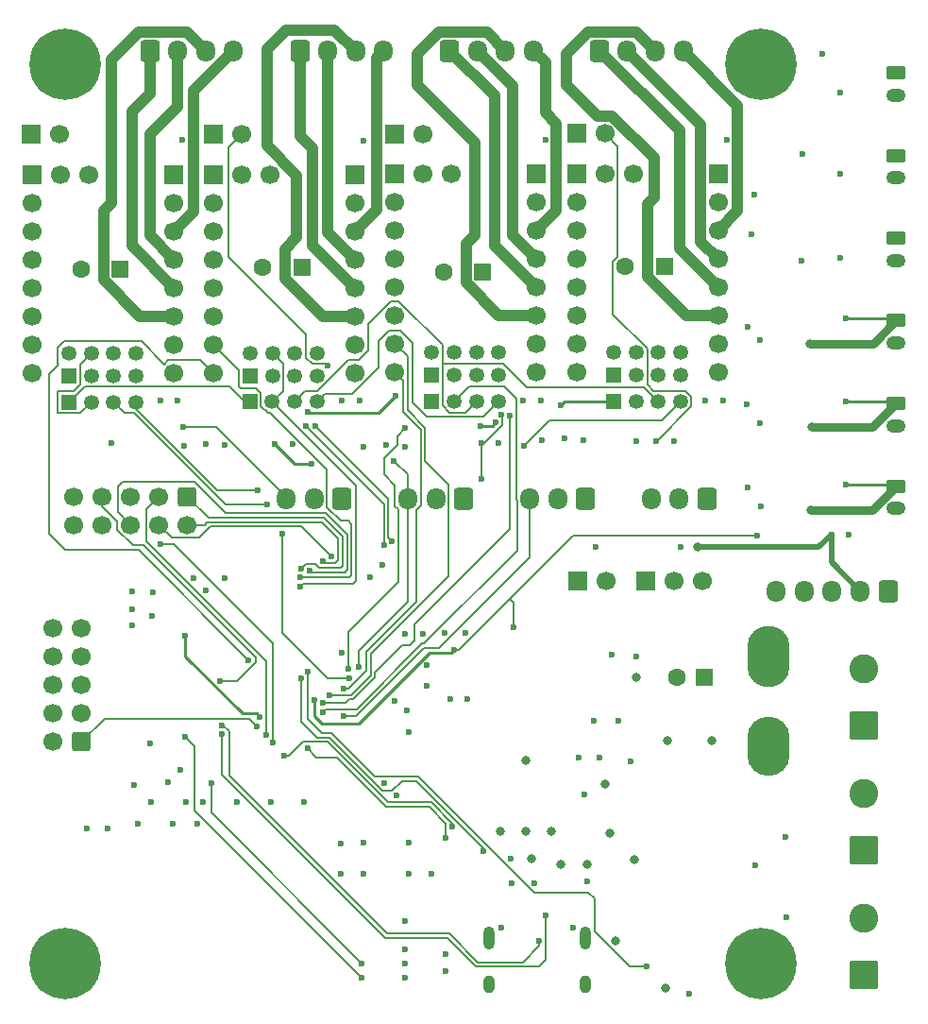
<source format=gbr>
%TF.GenerationSoftware,KiCad,Pcbnew,9.0.3-9.0.3-0~ubuntu24.04.1*%
%TF.CreationDate,2025-07-31T20:10:47-07:00*%
%TF.ProjectId,board,626f6172-642e-46b6-9963-61645f706362,rev?*%
%TF.SameCoordinates,Original*%
%TF.FileFunction,Copper,L4,Bot*%
%TF.FilePolarity,Positive*%
%FSLAX46Y46*%
G04 Gerber Fmt 4.6, Leading zero omitted, Abs format (unit mm)*
G04 Created by KiCad (PCBNEW 9.0.3-9.0.3-0~ubuntu24.04.1) date 2025-07-31 20:10:47*
%MOMM*%
%LPD*%
G01*
G04 APERTURE LIST*
G04 Aperture macros list*
%AMRoundRect*
0 Rectangle with rounded corners*
0 $1 Rounding radius*
0 $2 $3 $4 $5 $6 $7 $8 $9 X,Y pos of 4 corners*
0 Add a 4 corners polygon primitive as box body*
4,1,4,$2,$3,$4,$5,$6,$7,$8,$9,$2,$3,0*
0 Add four circle primitives for the rounded corners*
1,1,$1+$1,$2,$3*
1,1,$1+$1,$4,$5*
1,1,$1+$1,$6,$7*
1,1,$1+$1,$8,$9*
0 Add four rect primitives between the rounded corners*
20,1,$1+$1,$2,$3,$4,$5,0*
20,1,$1+$1,$4,$5,$6,$7,0*
20,1,$1+$1,$6,$7,$8,$9,0*
20,1,$1+$1,$8,$9,$2,$3,0*%
G04 Aperture macros list end*
%TA.AperFunction,ComponentPad*%
%ADD10R,1.350000X1.350000*%
%TD*%
%TA.AperFunction,ComponentPad*%
%ADD11C,1.350000*%
%TD*%
%TA.AperFunction,ComponentPad*%
%ADD12RoundRect,0.250000X-0.600000X-0.725000X0.600000X-0.725000X0.600000X0.725000X-0.600000X0.725000X0*%
%TD*%
%TA.AperFunction,ComponentPad*%
%ADD13O,1.700000X1.950000*%
%TD*%
%TA.AperFunction,ComponentPad*%
%ADD14C,3.600000*%
%TD*%
%TA.AperFunction,ConnectorPad*%
%ADD15C,6.400000*%
%TD*%
%TA.AperFunction,ComponentPad*%
%ADD16R,1.700000X1.700000*%
%TD*%
%TA.AperFunction,ComponentPad*%
%ADD17C,1.700000*%
%TD*%
%TA.AperFunction,ComponentPad*%
%ADD18RoundRect,0.250000X-0.625000X0.350000X-0.625000X-0.350000X0.625000X-0.350000X0.625000X0.350000X0*%
%TD*%
%TA.AperFunction,ComponentPad*%
%ADD19O,1.750000X1.200000*%
%TD*%
%TA.AperFunction,ComponentPad*%
%ADD20RoundRect,0.250000X1.050000X-1.050000X1.050000X1.050000X-1.050000X1.050000X-1.050000X-1.050000X0*%
%TD*%
%TA.AperFunction,ComponentPad*%
%ADD21C,2.600000*%
%TD*%
%TA.AperFunction,ComponentPad*%
%ADD22RoundRect,0.250000X0.550000X0.550000X-0.550000X0.550000X-0.550000X-0.550000X0.550000X-0.550000X0*%
%TD*%
%TA.AperFunction,ComponentPad*%
%ADD23C,1.600000*%
%TD*%
%TA.AperFunction,ComponentPad*%
%ADD24RoundRect,0.250000X0.600000X0.725000X-0.600000X0.725000X-0.600000X-0.725000X0.600000X-0.725000X0*%
%TD*%
%TA.AperFunction,ComponentPad*%
%ADD25O,3.800000X5.500000*%
%TD*%
%TA.AperFunction,ComponentPad*%
%ADD26O,3.800000X5.300000*%
%TD*%
%TA.AperFunction,HeatsinkPad*%
%ADD27O,1.000000X2.100000*%
%TD*%
%TA.AperFunction,HeatsinkPad*%
%ADD28O,1.000000X1.600000*%
%TD*%
%TA.AperFunction,ComponentPad*%
%ADD29RoundRect,0.250000X0.600000X0.600000X-0.600000X0.600000X-0.600000X-0.600000X0.600000X-0.600000X0*%
%TD*%
%TA.AperFunction,ComponentPad*%
%ADD30RoundRect,0.250000X-0.600000X0.600000X-0.600000X-0.600000X0.600000X-0.600000X0.600000X0.600000X0*%
%TD*%
%TA.AperFunction,ViaPad*%
%ADD31C,0.600000*%
%TD*%
%TA.AperFunction,ViaPad*%
%ADD32C,0.800000*%
%TD*%
%TA.AperFunction,Conductor*%
%ADD33C,0.250000*%
%TD*%
%TA.AperFunction,Conductor*%
%ADD34C,0.200000*%
%TD*%
%TA.AperFunction,Conductor*%
%ADD35C,0.800000*%
%TD*%
%TA.AperFunction,Conductor*%
%ADD36C,0.500000*%
%TD*%
%TA.AperFunction,Conductor*%
%ADD37C,1.000000*%
%TD*%
G04 APERTURE END LIST*
D10*
%TO.P,J19,1,Pin_1*%
%TO.N,SPI_MISO*%
X175027651Y-58321250D03*
D11*
%TO.P,J19,2,Pin_2*%
%TO.N,DRIVEY_CS*%
X177027651Y-58321250D03*
%TO.P,J19,3,Pin_3*%
%TO.N,SPI_SCK*%
X179027651Y-58321250D03*
%TO.P,J19,4,Pin_4*%
%TO.N,SPI_MOSI*%
X181027651Y-58321250D03*
%TD*%
D10*
%TO.P,J12,1,Pin_1*%
%TO.N,DRIVEY_SLP*%
X175052651Y-55966250D03*
D11*
%TO.P,J12,2,Pin_2*%
%TO.N,DRIVEY_MISO*%
X175052651Y-53966250D03*
%TO.P,J12,3,Pin_3*%
%TO.N,+3.3V*%
X177052651Y-55966250D03*
%TO.P,J12,4,Pin_4*%
%TO.N,DRIVEY_CS*%
X177052651Y-53966250D03*
%TO.P,J12,5,Pin_5*%
%TO.N,+3.3V*%
X179052651Y-55966250D03*
%TO.P,J12,6,Pin_6*%
%TO.N,DRIVEY_SCK*%
X179052651Y-53966250D03*
%TO.P,J12,7,Pin_7*%
%TO.N,+3.3V*%
X181052651Y-55966250D03*
%TO.P,J12,8,Pin_8*%
%TO.N,DRIVEY_MOSI*%
X181052651Y-53966250D03*
%TD*%
D12*
%TO.P,J4,1,Pin_1*%
%TO.N,Net-(J4-Pin_1)*%
X166050000Y-26850000D03*
D13*
%TO.P,J4,2,Pin_2*%
%TO.N,Net-(J4-Pin_2)*%
X168550000Y-26850000D03*
%TO.P,J4,3,Pin_3*%
%TO.N,Net-(J4-Pin_3)*%
X171050000Y-26850000D03*
%TO.P,J4,4,Pin_4*%
%TO.N,Net-(J4-Pin_4)*%
X173550000Y-26850000D03*
%TD*%
D14*
%TO.P,H3,1,1*%
%TO.N,GND*%
X158450000Y-28050000D03*
D15*
X158450000Y-28050000D03*
%TD*%
D14*
%TO.P,H4,1,1*%
%TO.N,GND*%
X158450000Y-108700000D03*
D15*
X158450000Y-108700000D03*
%TD*%
D16*
%TO.P,J11,1,Pin_1*%
%TO.N,DRIVEX_DIAG*%
X155450000Y-34328750D03*
D17*
%TO.P,J11,2,Pin_2*%
%TO.N,X_STOP*%
X157990000Y-34328750D03*
%TD*%
%TO.P,U5,1,GND*%
%TO.N,GND*%
X184452651Y-55726250D03*
%TO.P,U5,2,VIO*%
%TO.N,+3.3V*%
X184452651Y-53186250D03*
%TO.P,U5,3,M1B*%
%TO.N,Net-(J18-Pin_3)*%
X184452651Y-50646250D03*
%TO.P,U5,4,M1A*%
%TO.N,Net-(J18-Pin_1)*%
X184452651Y-48106250D03*
%TO.P,U5,5,M2A*%
%TO.N,Net-(J18-Pin_2)*%
X184452651Y-45566250D03*
%TO.P,U5,6,M2B*%
%TO.N,Net-(J18-Pin_4)*%
X184452651Y-43026250D03*
%TO.P,U5,7,GND*%
%TO.N,GND*%
X184452651Y-40486250D03*
D16*
%TO.P,U5,8,VM*%
%TO.N,VIN*%
X184452651Y-37946250D03*
D17*
%TO.P,U5,9,DIR*%
%TO.N,DRIVEY_DIR*%
X171752651Y-55726250D03*
%TO.P,U5,10,STEP*%
%TO.N,DRIVEY_STEP*%
X171752651Y-53186250D03*
%TO.P,U5,11,PDN*%
%TO.N,DRIVEY_MISO*%
X171752651Y-50646250D03*
%TO.P,U5,12,UART*%
%TO.N,DRIVEY_SLP*%
X171752651Y-48106250D03*
%TO.P,U5,13,SPRD*%
%TO.N,DRIVEY_CS*%
X171752651Y-45566250D03*
%TO.P,U5,14,MS2*%
%TO.N,DRIVEY_SCK*%
X171752651Y-43026250D03*
%TO.P,U5,15,MS1*%
%TO.N,DRIVEY_MOSI*%
X171752651Y-40486250D03*
D16*
%TO.P,U5,16,~{EN}*%
%TO.N,DRIVEY_EN*%
X171752651Y-37946250D03*
D17*
%TO.P,U5,17,INDEX*%
%TO.N,unconnected-(U5-INDEX-Pad17)*%
X174292651Y-37946250D03*
%TO.P,U5,18,DIAG*%
%TO.N,DRIVEY_DIAG*%
X176832651Y-37946250D03*
%TD*%
D18*
%TO.P,J13,1,Pin_1*%
%TO.N,Net-(J13-Pin_1)*%
X233000000Y-36250000D03*
D19*
%TO.P,J13,2,Pin_2*%
%TO.N,GND*%
X233000000Y-38250000D03*
%TD*%
D12*
%TO.P,J28,1,Pin_1*%
%TO.N,Net-(J28-Pin_1)*%
X206375000Y-26850000D03*
D13*
%TO.P,J28,2,Pin_2*%
%TO.N,Net-(J28-Pin_2)*%
X208875000Y-26850000D03*
%TO.P,J28,3,Pin_3*%
%TO.N,Net-(J28-Pin_3)*%
X211375000Y-26850000D03*
%TO.P,J28,4,Pin_4*%
%TO.N,Net-(J28-Pin_4)*%
X213875000Y-26850000D03*
%TD*%
D14*
%TO.P,H2,1,1*%
%TO.N,GND*%
X220900000Y-108700000D03*
D15*
X220900000Y-108700000D03*
%TD*%
D16*
%TO.P,J30,1,Pin_1*%
%TO.N,DRIVEE_DIAG*%
X204325000Y-34268750D03*
D17*
%TO.P,J30,2,Pin_2*%
%TO.N,E_STOP*%
X206865000Y-34268750D03*
%TD*%
D20*
%TO.P,J36,1,Pin_1*%
%TO.N,VIN*%
X230100000Y-109685000D03*
D21*
%TO.P,J36,2,Pin_2*%
%TO.N,Net-(D15-A)*%
X230100000Y-104605000D03*
%TD*%
D22*
%TO.P,C39,1*%
%TO.N,VIN*%
X212202651Y-46175000D03*
D23*
%TO.P,C39,2*%
%TO.N,GND*%
X208702651Y-46175000D03*
%TD*%
D18*
%TO.P,J14,1,Pin_1*%
%TO.N,Net-(J14-Pin_1)*%
X233000000Y-28850000D03*
D19*
%TO.P,J14,2,Pin_2*%
%TO.N,GND*%
X233000000Y-30850000D03*
%TD*%
D17*
%TO.P,U7,1,GND*%
%TO.N,GND*%
X217025000Y-55655000D03*
%TO.P,U7,2,VIO*%
%TO.N,+3.3V*%
X217025000Y-53115000D03*
%TO.P,U7,3,M1B*%
%TO.N,Net-(J28-Pin_3)*%
X217025000Y-50575000D03*
%TO.P,U7,4,M1A*%
%TO.N,Net-(J28-Pin_1)*%
X217025000Y-48035000D03*
%TO.P,U7,5,M2A*%
%TO.N,Net-(J28-Pin_2)*%
X217025000Y-45495000D03*
%TO.P,U7,6,M2B*%
%TO.N,Net-(J28-Pin_4)*%
X217025000Y-42955000D03*
%TO.P,U7,7,GND*%
%TO.N,GND*%
X217025000Y-40415000D03*
D16*
%TO.P,U7,8,VM*%
%TO.N,VIN*%
X217025000Y-37875000D03*
D17*
%TO.P,U7,9,DIR*%
%TO.N,DRIVEE_DIR*%
X204325000Y-55655000D03*
%TO.P,U7,10,STEP*%
%TO.N,DRIVEE_STEP*%
X204325000Y-53115000D03*
%TO.P,U7,11,PDN*%
%TO.N,DRIVEE_MISO*%
X204325000Y-50575000D03*
%TO.P,U7,12,UART*%
%TO.N,DRIVEE_SLP*%
X204325000Y-48035000D03*
%TO.P,U7,13,SPRD*%
%TO.N,DRIVEE_CS*%
X204325000Y-45495000D03*
%TO.P,U7,14,MS2*%
%TO.N,DRIVEE_SCK*%
X204325000Y-42955000D03*
%TO.P,U7,15,MS1*%
%TO.N,DRIVEE_MOSI*%
X204325000Y-40415000D03*
D16*
%TO.P,U7,16,~{EN}*%
%TO.N,DRIVEE_EN*%
X204325000Y-37875000D03*
D17*
%TO.P,U7,17,INDEX*%
%TO.N,unconnected-(U7-INDEX-Pad17)*%
X206865000Y-37875000D03*
%TO.P,U7,18,DIAG*%
%TO.N,DRIVEE_DIAG*%
X209405000Y-37875000D03*
%TD*%
D10*
%TO.P,J27,1,Pin_1*%
%TO.N,DRIVEE_SLP*%
X207650000Y-55908750D03*
D11*
%TO.P,J27,2,Pin_2*%
%TO.N,DRIVEE_MISO*%
X207650000Y-53908750D03*
%TO.P,J27,3,Pin_3*%
%TO.N,+3.3V*%
X209650000Y-55908750D03*
%TO.P,J27,4,Pin_4*%
%TO.N,DRIVEE_CS*%
X209650000Y-53908750D03*
%TO.P,J27,5,Pin_5*%
%TO.N,+3.3V*%
X211650000Y-55908750D03*
%TO.P,J27,6,Pin_6*%
%TO.N,DRIVEE_SCK*%
X211650000Y-53908750D03*
%TO.P,J27,7,Pin_7*%
%TO.N,+3.3V*%
X213650000Y-55908750D03*
%TO.P,J27,8,Pin_8*%
%TO.N,DRIVEE_MOSI*%
X213650000Y-53908750D03*
%TD*%
D10*
%TO.P,J22,1,Pin_1*%
%TO.N,DRIVEZ_SLP*%
X191350000Y-55906250D03*
D11*
%TO.P,J22,2,Pin_2*%
%TO.N,DRIVEZ_MISO*%
X191350000Y-53906250D03*
%TO.P,J22,3,Pin_3*%
%TO.N,+3.3V*%
X193350000Y-55906250D03*
%TO.P,J22,4,Pin_4*%
%TO.N,DRIVEZ_CS*%
X193350000Y-53906250D03*
%TO.P,J22,5,Pin_5*%
%TO.N,+3.3V*%
X195350000Y-55906250D03*
%TO.P,J22,6,Pin_6*%
%TO.N,DRIVEZ_SCK*%
X195350000Y-53906250D03*
%TO.P,J22,7,Pin_7*%
%TO.N,+3.3V*%
X197350000Y-55906250D03*
%TO.P,J22,8,Pin_8*%
%TO.N,DRIVEZ_MOSI*%
X197350000Y-53906250D03*
%TD*%
D16*
%TO.P,J20,1,Pin_1*%
%TO.N,DRIVEY_DIAG*%
X171727651Y-34356250D03*
D17*
%TO.P,J20,2,Pin_2*%
%TO.N,Y_STOP*%
X174267651Y-34356250D03*
%TD*%
D24*
%TO.P,J26,1,Pin_1*%
%TO.N,GND*%
X205125000Y-67025000D03*
D13*
%TO.P,J26,2,Pin_2*%
%TO.N,+5V*%
X202625000Y-67025000D03*
%TO.P,J26,3,Pin_3*%
%TO.N,Z_STOP*%
X200125000Y-67025000D03*
%TD*%
D24*
%TO.P,J17,1,Pin_1*%
%TO.N,GND*%
X232250000Y-75275000D03*
D13*
%TO.P,J17,2,Pin_2*%
%TO.N,+5V*%
X229750000Y-75275000D03*
%TO.P,J17,3,Pin_3*%
%TO.N,TFT_TX*%
X227250000Y-75275000D03*
%TO.P,J17,4,Pin_4*%
%TO.N,TFT_RX*%
X224750000Y-75275000D03*
%TO.P,J17,5,Pin_5*%
%TO.N,Net-(J17-Pin_5)*%
X222250000Y-75275000D03*
%TD*%
D17*
%TO.P,U4,1,GND*%
%TO.N,GND*%
X168200000Y-55718750D03*
%TO.P,U4,2,VIO*%
%TO.N,+3.3V*%
X168200000Y-53178750D03*
%TO.P,U4,3,M1B*%
%TO.N,Net-(J4-Pin_3)*%
X168200000Y-50638750D03*
%TO.P,U4,4,M1A*%
%TO.N,Net-(J4-Pin_1)*%
X168200000Y-48098750D03*
%TO.P,U4,5,M2A*%
%TO.N,Net-(J4-Pin_2)*%
X168200000Y-45558750D03*
%TO.P,U4,6,M2B*%
%TO.N,Net-(J4-Pin_4)*%
X168200000Y-43018750D03*
%TO.P,U4,7,GND*%
%TO.N,GND*%
X168200000Y-40478750D03*
D16*
%TO.P,U4,8,VM*%
%TO.N,VIN*%
X168200000Y-37938750D03*
D17*
%TO.P,U4,9,DIR*%
%TO.N,DRIVEX_DIR*%
X155500000Y-55718750D03*
%TO.P,U4,10,STEP*%
%TO.N,DRIVEX_STEP*%
X155500000Y-53178750D03*
%TO.P,U4,11,PDN*%
%TO.N,DRIVEX_MISO*%
X155500000Y-50638750D03*
%TO.P,U4,12,UART*%
%TO.N,DRIVEX_SLP*%
X155500000Y-48098750D03*
%TO.P,U4,13,SPRD*%
%TO.N,DRIVEX_CS*%
X155500000Y-45558750D03*
%TO.P,U4,14,MS2*%
%TO.N,DRIVEX_SCK*%
X155500000Y-43018750D03*
%TO.P,U4,15,MS1*%
%TO.N,DRIVEX_MOSI*%
X155500000Y-40478750D03*
D16*
%TO.P,U4,16,~{EN}*%
%TO.N,DRIVEX_EN*%
X155500000Y-37938750D03*
D17*
%TO.P,U4,17,INDEX*%
%TO.N,unconnected-(U4-INDEX-Pad17)*%
X158040000Y-37938750D03*
%TO.P,U4,18,DIAG*%
%TO.N,DRIVEX_DIAG*%
X160580000Y-37938750D03*
%TD*%
D16*
%TO.P,J16,1,Pin_1*%
%TO.N,PROBE_TRIG*%
X204425000Y-74350000D03*
D17*
%TO.P,J16,2,Pin_2*%
%TO.N,GND*%
X206965000Y-74350000D03*
%TD*%
D24*
%TO.P,J7,1,Pin_1*%
%TO.N,GND*%
X183300000Y-67025000D03*
D13*
%TO.P,J7,2,Pin_2*%
%TO.N,+5V*%
X180800000Y-67025000D03*
%TO.P,J7,3,Pin_3*%
%TO.N,X_STOP*%
X178300000Y-67025000D03*
%TD*%
D25*
%TO.P,F1,1*%
%TO.N,Net-(J37-Pin_2)*%
X221525000Y-81175000D03*
D26*
%TO.P,F1,2*%
%TO.N,VIN*%
X221525000Y-89175000D03*
%TD*%
D18*
%TO.P,J33,1,Pin_1*%
%TO.N,VIN*%
X233000000Y-58450000D03*
D19*
%TO.P,J33,2,Pin_2*%
%TO.N,Net-(D10-K)*%
X233000000Y-60450000D03*
%TD*%
D10*
%TO.P,J29,1,Pin_1*%
%TO.N,SPI_MISO*%
X207650000Y-58302500D03*
D11*
%TO.P,J29,2,Pin_2*%
%TO.N,DRIVEE_CS*%
X209650000Y-58302500D03*
%TO.P,J29,3,Pin_3*%
%TO.N,SPI_SCK*%
X211650000Y-58302500D03*
%TO.P,J29,4,Pin_4*%
%TO.N,SPI_MOSI*%
X213650000Y-58302500D03*
%TD*%
D16*
%TO.P,J15,1,Pin_1*%
%TO.N,SERVO*%
X210550000Y-74350000D03*
D17*
%TO.P,J15,2,Pin_2*%
%TO.N,GND*%
X213090000Y-74350000D03*
%TO.P,J15,3,Pin_3*%
%TO.N,+5V*%
X215630000Y-74350000D03*
%TD*%
D27*
%TO.P,J3,S1,SHIELD*%
%TO.N,GND*%
X196480000Y-106380000D03*
D28*
X196480000Y-110560000D03*
D27*
X205120000Y-106380000D03*
D28*
X205120000Y-110560000D03*
%TD*%
D20*
%TO.P,J37,1,Pin_1*%
%TO.N,GND*%
X230100000Y-87300000D03*
D21*
%TO.P,J37,2,Pin_2*%
%TO.N,Net-(J37-Pin_2)*%
X230100000Y-82220000D03*
%TD*%
D10*
%TO.P,J24,1,Pin_1*%
%TO.N,SPI_MISO*%
X191350000Y-58296250D03*
D11*
%TO.P,J24,2,Pin_2*%
%TO.N,DRIVEZ_CS*%
X193350000Y-58296250D03*
%TO.P,J24,3,Pin_3*%
%TO.N,SPI_SCK*%
X195350000Y-58296250D03*
%TO.P,J24,4,Pin_4*%
%TO.N,SPI_MOSI*%
X197350000Y-58296250D03*
%TD*%
D18*
%TO.P,J6,1,Pin_1*%
%TO.N,Net-(J6-Pin_1)*%
X233000000Y-43650000D03*
D19*
%TO.P,J6,2,Pin_2*%
%TO.N,GND*%
X233000000Y-45650000D03*
%TD*%
D10*
%TO.P,J8,1,Pin_1*%
%TO.N,DRIVEX_SLP*%
X158800000Y-55978750D03*
D11*
%TO.P,J8,2,Pin_2*%
%TO.N,DRIVEX_MISO*%
X158800000Y-53978750D03*
%TO.P,J8,3,Pin_3*%
%TO.N,+3.3V*%
X160800000Y-55978750D03*
%TO.P,J8,4,Pin_4*%
%TO.N,DRIVEX_CS*%
X160800000Y-53978750D03*
%TO.P,J8,5,Pin_5*%
%TO.N,+3.3V*%
X162800000Y-55978750D03*
%TO.P,J8,6,Pin_6*%
%TO.N,DRIVEX_SCK*%
X162800000Y-53978750D03*
%TO.P,J8,7,Pin_7*%
%TO.N,+3.3V*%
X164800000Y-55978750D03*
%TO.P,J8,8,Pin_8*%
%TO.N,DRIVEX_MOSI*%
X164800000Y-53978750D03*
%TD*%
D24*
%TO.P,J31,1,Pin_1*%
%TO.N,GND*%
X216025000Y-67025000D03*
D13*
%TO.P,J31,2,Pin_2*%
%TO.N,+5V*%
X213525000Y-67025000D03*
%TO.P,J31,3,Pin_3*%
%TO.N,E_STOP*%
X211025000Y-67025000D03*
%TD*%
D22*
%TO.P,C31,1*%
%TO.N,VIN*%
X179677651Y-46306250D03*
D23*
%TO.P,C31,2*%
%TO.N,GND*%
X176177651Y-46306250D03*
%TD*%
D20*
%TO.P,J35,1,Pin_1*%
%TO.N,VIN*%
X230100000Y-98485000D03*
D21*
%TO.P,J35,2,Pin_2*%
%TO.N,Net-(D13-A)*%
X230100000Y-93405000D03*
%TD*%
D17*
%TO.P,U6,1,GND*%
%TO.N,GND*%
X200735000Y-55657500D03*
%TO.P,U6,2,VIO*%
%TO.N,+3.3V*%
X200735000Y-53117500D03*
%TO.P,U6,3,M1B*%
%TO.N,Net-(J23-Pin_3)*%
X200735000Y-50577500D03*
%TO.P,U6,4,M1A*%
%TO.N,Net-(J23-Pin_1)*%
X200735000Y-48037500D03*
%TO.P,U6,5,M2A*%
%TO.N,Net-(J23-Pin_2)*%
X200735000Y-45497500D03*
%TO.P,U6,6,M2B*%
%TO.N,Net-(J23-Pin_4)*%
X200735000Y-42957500D03*
%TO.P,U6,7,GND*%
%TO.N,GND*%
X200735000Y-40417500D03*
D16*
%TO.P,U6,8,VM*%
%TO.N,VIN*%
X200735000Y-37877500D03*
D17*
%TO.P,U6,9,DIR*%
%TO.N,DRIVEZ_DIR*%
X188035000Y-55657500D03*
%TO.P,U6,10,STEP*%
%TO.N,DRIVEZ_STEP*%
X188035000Y-53117500D03*
%TO.P,U6,11,PDN*%
%TO.N,DRIVEZ_MISO*%
X188035000Y-50577500D03*
%TO.P,U6,12,UART*%
%TO.N,DRIVEZ_SLP*%
X188035000Y-48037500D03*
%TO.P,U6,13,SPRD*%
%TO.N,DRIVEZ_CS*%
X188035000Y-45497500D03*
%TO.P,U6,14,MS2*%
%TO.N,DRIVEZ_SCK*%
X188035000Y-42957500D03*
%TO.P,U6,15,MS1*%
%TO.N,DRIVEZ_MOSI*%
X188035000Y-40417500D03*
D16*
%TO.P,U6,16,~{EN}*%
%TO.N,DRIVEZ_EN*%
X188035000Y-37877500D03*
D17*
%TO.P,U6,17,INDEX*%
%TO.N,unconnected-(U6-INDEX-Pad17)*%
X190575000Y-37877500D03*
%TO.P,U6,18,DIAG*%
%TO.N,DRIVEZ_DIAG*%
X193115000Y-37877500D03*
%TD*%
D18*
%TO.P,J34,1,Pin_1*%
%TO.N,VIN*%
X233000000Y-51050000D03*
D19*
%TO.P,J34,2,Pin_2*%
%TO.N,Net-(D11-A)*%
X233000000Y-53050000D03*
%TD*%
D29*
%TO.P,J9,1,Pin_1*%
%TO.N,LCD_BEEP*%
X159927500Y-88805000D03*
D17*
%TO.P,J9,2,Pin_2*%
%TO.N,LCD_BTN*%
X157387500Y-88805000D03*
%TO.P,J9,3,Pin_3*%
%TO.N,LCD_EN*%
X159927500Y-86265000D03*
%TO.P,J9,4,Pin_4*%
%TO.N,LCD_CS*%
X157387500Y-86265000D03*
%TO.P,J9,5,Pin_5*%
%TO.N,LCD_D4*%
X159927500Y-83725000D03*
%TO.P,J9,6,Pin_6*%
%TO.N,LCD_D5*%
X157387500Y-83725000D03*
%TO.P,J9,7,Pin_7*%
%TO.N,LCD_D6*%
X159927500Y-81185000D03*
%TO.P,J9,8,Pin_8*%
%TO.N,LCD_D7*%
X157387500Y-81185000D03*
%TO.P,J9,9,Pin_9*%
%TO.N,GND*%
X159927500Y-78645000D03*
%TO.P,J9,10,Pin_10*%
%TO.N,+5V*%
X157387500Y-78645000D03*
%TD*%
D22*
%TO.P,C17,1*%
%TO.N,VIN*%
X215809879Y-83005000D03*
D23*
%TO.P,C17,2*%
%TO.N,GND*%
X213309879Y-83005000D03*
%TD*%
D10*
%TO.P,J5,1,Pin_1*%
%TO.N,SPI_MISO*%
X158800000Y-58356250D03*
D11*
%TO.P,J5,2,Pin_2*%
%TO.N,DRIVEX_CS*%
X160800000Y-58356250D03*
%TO.P,J5,3,Pin_3*%
%TO.N,SPI_SCK*%
X162800000Y-58356250D03*
%TO.P,J5,4,Pin_4*%
%TO.N,SPI_MOSI*%
X164800000Y-58356250D03*
%TD*%
D12*
%TO.P,J18,1,Pin_1*%
%TO.N,Net-(J18-Pin_1)*%
X179500000Y-26850000D03*
D13*
%TO.P,J18,2,Pin_2*%
%TO.N,Net-(J18-Pin_2)*%
X182000000Y-26850000D03*
%TO.P,J18,3,Pin_3*%
%TO.N,Net-(J18-Pin_3)*%
X184500000Y-26850000D03*
%TO.P,J18,4,Pin_4*%
%TO.N,Net-(J18-Pin_4)*%
X187000000Y-26850000D03*
%TD*%
D14*
%TO.P,H1,1,1*%
%TO.N,GND*%
X220900000Y-28050000D03*
D15*
X220900000Y-28050000D03*
%TD*%
D18*
%TO.P,J32,1,Pin_1*%
%TO.N,VIN*%
X233000000Y-65900000D03*
D19*
%TO.P,J32,2,Pin_2*%
%TO.N,Net-(D7-K)*%
X233000000Y-67900000D03*
%TD*%
D16*
%TO.P,J25,1,Pin_1*%
%TO.N,DRIVEZ_DIAG*%
X188025000Y-34306250D03*
D17*
%TO.P,J25,2,Pin_2*%
%TO.N,Z_STOP*%
X190565000Y-34306250D03*
%TD*%
D22*
%TO.P,C35,1*%
%TO.N,VIN*%
X195902651Y-46706250D03*
D23*
%TO.P,C35,2*%
%TO.N,GND*%
X192402651Y-46706250D03*
%TD*%
D12*
%TO.P,J23,1,Pin_1*%
%TO.N,Net-(J23-Pin_1)*%
X192950000Y-26850000D03*
D13*
%TO.P,J23,2,Pin_2*%
%TO.N,Net-(J23-Pin_2)*%
X195450000Y-26850000D03*
%TO.P,J23,3,Pin_3*%
%TO.N,Net-(J23-Pin_3)*%
X197950000Y-26850000D03*
%TO.P,J23,4,Pin_4*%
%TO.N,Net-(J23-Pin_4)*%
X200450000Y-26850000D03*
%TD*%
D22*
%TO.P,C26,1*%
%TO.N,VIN*%
X163402651Y-46428750D03*
D23*
%TO.P,C26,2*%
%TO.N,GND*%
X159902651Y-46428750D03*
%TD*%
D30*
%TO.P,J10,1,Pin_1*%
%TO.N,SD_MISO*%
X169405000Y-66800000D03*
D17*
%TO.P,J10,2,Pin_2*%
%TO.N,SD_SCK*%
X169405000Y-69340000D03*
%TO.P,J10,3,Pin_3*%
%TO.N,LCD_ENCA*%
X166865000Y-66800000D03*
%TO.P,J10,4,Pin_4*%
%TO.N,SD_CS*%
X166865000Y-69340000D03*
%TO.P,J10,5,Pin_5*%
%TO.N,LCD_ENCB*%
X164325000Y-66800000D03*
%TO.P,J10,6,Pin_6*%
%TO.N,SD_MOSI*%
X164325000Y-69340000D03*
%TO.P,J10,7,Pin_7*%
%TO.N,SD_DET*%
X161785000Y-66800000D03*
%TO.P,J10,8,Pin_8*%
%TO.N,NRST*%
X161785000Y-69340000D03*
%TO.P,J10,9,Pin_9*%
%TO.N,GND*%
X159245000Y-66800000D03*
%TO.P,J10,10,Pin_10*%
%TO.N,unconnected-(J10-Pin_10-Pad10)*%
X159245000Y-69340000D03*
%TD*%
D24*
%TO.P,J21,1,Pin_1*%
%TO.N,GND*%
X194200000Y-67025000D03*
D13*
%TO.P,J21,2,Pin_2*%
%TO.N,+5V*%
X191700000Y-67025000D03*
%TO.P,J21,3,Pin_3*%
%TO.N,Y_STOP*%
X189200000Y-67025000D03*
%TD*%
D31*
%TO.N,GND*%
X172750000Y-74099999D03*
X220812500Y-52787500D03*
X207450000Y-80950000D03*
X219700000Y-65962500D03*
X178827651Y-62106250D03*
X219650000Y-51575000D03*
X190525000Y-79125000D03*
X198400000Y-99250000D03*
X220862500Y-67700000D03*
X217775000Y-34818750D03*
X188975001Y-108644999D03*
X194400000Y-79075000D03*
X183300000Y-80850000D03*
X228725000Y-70225000D03*
X206400000Y-90200000D03*
X197550000Y-105465000D03*
X166100000Y-88925000D03*
X186898008Y-72951992D03*
X190850000Y-83775000D03*
X168975000Y-34878750D03*
X189275000Y-87900000D03*
X201525000Y-34806250D03*
X194525000Y-84925000D03*
D32*
X212275000Y-110850000D03*
D31*
X167025000Y-58228750D03*
X227950000Y-37925000D03*
D32*
X209475000Y-99330000D03*
D31*
X167701992Y-92398008D03*
X189275000Y-100625000D03*
D32*
X197450000Y-96800000D03*
D31*
X209700000Y-81125000D03*
X183175000Y-100650000D03*
D32*
X207800000Y-106652500D03*
D31*
X197325000Y-62050000D03*
X185227651Y-34906250D03*
X220775000Y-60237500D03*
X190875000Y-81950000D03*
X192575001Y-107789999D03*
X188975001Y-107374999D03*
X208050000Y-86900000D03*
X169275000Y-94200000D03*
D32*
X212477500Y-88655000D03*
D31*
X188198008Y-93598008D03*
X219612500Y-58512500D03*
X205850000Y-86900000D03*
X213050000Y-61808750D03*
X205300000Y-101335000D03*
X198500000Y-101435000D03*
X209150000Y-90575000D03*
X227950000Y-30625000D03*
X164500000Y-78325000D03*
X199550000Y-58168750D03*
X183302651Y-58243750D03*
X188975001Y-104834999D03*
X164995000Y-96125000D03*
X170001992Y-74101992D03*
X220325000Y-99825000D03*
X200500000Y-101435000D03*
X227950000Y-45425000D03*
X213655000Y-71350000D03*
X183175000Y-97875000D03*
X189150000Y-85975000D03*
X215900000Y-58181250D03*
X160400000Y-96550000D03*
X168145000Y-96125000D03*
X162575000Y-62006250D03*
X204050000Y-105465000D03*
X185175000Y-100625000D03*
D32*
%TO.N,+3.3V*%
X199750000Y-96800000D03*
D31*
X187101992Y-92501992D03*
X203250000Y-61618750D03*
X185801992Y-74048008D03*
X204500000Y-90200000D03*
X164500000Y-75325000D03*
X166250000Y-77475000D03*
X206065000Y-71350000D03*
X169100000Y-62233750D03*
X176875000Y-94200000D03*
X201250000Y-61725000D03*
X192500000Y-79075000D03*
X164650000Y-92625000D03*
X188952651Y-62331250D03*
X172800000Y-62225000D03*
X188975001Y-109914999D03*
X220050000Y-43308750D03*
X185175000Y-97800000D03*
X187982815Y-85167185D03*
D32*
X199750000Y-90500000D03*
D31*
X179900000Y-94200000D03*
X201100000Y-58168750D03*
X168575000Y-58228750D03*
X192975000Y-84925000D03*
X224500000Y-45650000D03*
X220250000Y-39721250D03*
X226375000Y-27100000D03*
X192575001Y-109339999D03*
X191275000Y-100600000D03*
X170345000Y-96125000D03*
X171098008Y-75198008D03*
X204950000Y-61731250D03*
X189275000Y-97800000D03*
X217450000Y-58181250D03*
X168798008Y-91301992D03*
X171100000Y-62125000D03*
X224600000Y-36150000D03*
X173875000Y-94200000D03*
X187252651Y-62218750D03*
X166310000Y-75375000D03*
X162300000Y-96550000D03*
X185250000Y-62325000D03*
X166175000Y-94200000D03*
X184852651Y-58243750D03*
X209650000Y-61808750D03*
X188975000Y-79125000D03*
X170825000Y-94200000D03*
%TO.N,NRST*%
X198651000Y-78500000D03*
X169250000Y-79300000D03*
X193350000Y-80600000D03*
X220550000Y-70325000D03*
X175900000Y-86550000D03*
X180850000Y-85050000D03*
D32*
%TO.N,VIN*%
X209700000Y-83025000D03*
D31*
X228450000Y-50825000D03*
D32*
X225350000Y-68037500D03*
D31*
X223025000Y-97350000D03*
X228450000Y-58250000D03*
X223150000Y-104550000D03*
D32*
X216477500Y-88655000D03*
X225400000Y-60587500D03*
D31*
X214450000Y-111375000D03*
D32*
X225300000Y-53137500D03*
D31*
X228500000Y-65725000D03*
%TO.N,+5V*%
X205025000Y-93550000D03*
D32*
X200300000Y-99250000D03*
D31*
X164500000Y-76900000D03*
D32*
X215202500Y-71347500D03*
X202050000Y-96800000D03*
D31*
X227175000Y-70225000D03*
D32*
%TO.N,5V_PSU*%
X206900000Y-92600000D03*
D31*
%TO.N,X_STOP*%
X177947472Y-70104000D03*
X183928181Y-83123290D03*
X169083125Y-60566875D03*
%TO.N,Y_STOP*%
X182000000Y-55050000D03*
X187950000Y-63600000D03*
X177277651Y-62106250D03*
X180550000Y-63900000D03*
X184800003Y-82050000D03*
%TO.N,Z_STOP*%
X195775000Y-62050000D03*
X183404891Y-86500000D03*
X195800000Y-65236250D03*
X197552275Y-59453708D03*
%TO.N,E_STOP*%
X211500000Y-61808750D03*
D32*
%TO.N,5V_USB*%
X207350000Y-97000000D03*
X202900000Y-99760000D03*
X205300000Y-99785000D03*
D31*
%TO.N,SWDIO*%
X185075001Y-109914999D03*
X169200000Y-88325000D03*
%TO.N,SWCLK*%
X171550000Y-92500000D03*
X185075001Y-108644999D03*
%TO.N,SPI_SCK*%
X176600000Y-67550000D03*
%TO.N,DRIVEX_CS*%
X187754379Y-70820719D03*
X180877464Y-60474006D03*
%TO.N,SPI_MISO*%
X188100000Y-57750000D03*
X195700000Y-60500000D03*
X197100000Y-60185504D03*
X180237054Y-59247228D03*
X202950000Y-58600000D03*
%TO.N,SPI_MOSI*%
X199600000Y-62300000D03*
X175700000Y-66250000D03*
%TO.N,LCD_BEEP*%
X175650000Y-87400000D03*
%TO.N,LCD_ENCA*%
X176500000Y-88200000D03*
%TO.N,LCD_ENCB*%
X177100000Y-88850000D03*
X167050000Y-71100000D03*
%TO.N,SD_CS*%
X182300000Y-72199000D03*
%TO.N,SD_SCK*%
X181540401Y-72600000D03*
%TO.N,SD_MOSI*%
X180400000Y-73467066D03*
%TO.N,SD_MISO*%
X179609797Y-73269302D03*
%TO.N,SD_DET*%
X172350000Y-83350000D03*
%TO.N,DRIVEY_CS*%
X179550000Y-74875647D03*
%TO.N,TFT_TX*%
X192596315Y-97446315D03*
X180181036Y-89400000D03*
%TO.N,TFT_RX*%
X178100000Y-90000000D03*
X193200000Y-96400570D03*
%TO.N,DRIVEZ_CS*%
X181603891Y-86150000D03*
%TO.N,USB_DP*%
X172550000Y-88100003D03*
X201574193Y-104360723D03*
%TO.N,USB_DM*%
X200974193Y-106608113D03*
X172550000Y-87300000D03*
%TO.N,DRIVEX_EN*%
X187050000Y-71200000D03*
X180028935Y-60474005D03*
%TO.N,DRIVEY_EN*%
X188952651Y-60681250D03*
X183900000Y-82250000D03*
%TO.N,DRIVEZ_EN*%
X181603891Y-85336061D03*
X198349000Y-59526050D03*
%TO.N,HEAT1*%
X179649753Y-83100000D03*
X195958264Y-98591736D03*
%TO.N,HEAT_BED*%
X180250000Y-82500000D03*
X210625000Y-108950000D03*
%TO.N,DRIVEZ_STEP*%
X182203891Y-84600000D03*
%TO.N,DRIVEY_STEP*%
X179549999Y-74067066D03*
%TO.N,DRIVEY_DIR*%
X174925546Y-81450000D03*
%TO.N,DRIVEZ_DIR*%
X183404891Y-84000000D03*
%TD*%
D33*
%TO.N,NRST*%
X169250000Y-81135298D02*
X174387702Y-86273000D01*
X180850000Y-85050000D02*
X180850000Y-86450000D01*
X175623000Y-86273000D02*
X175900000Y-86550000D01*
X174387702Y-86273000D02*
X175623000Y-86273000D01*
D34*
X198312471Y-76012471D02*
X203999943Y-70325000D01*
D33*
X191113702Y-80826000D02*
X193124000Y-80826000D01*
D34*
X203999943Y-70325000D02*
X220550000Y-70325000D01*
D33*
X180850000Y-86450000D02*
X181526000Y-87126000D01*
D34*
X193724943Y-80600000D02*
X198312471Y-76012471D01*
D33*
X169250000Y-79300000D02*
X169250000Y-81135298D01*
X181526000Y-87126000D02*
X184813702Y-87126000D01*
D34*
X193350000Y-80600000D02*
X193724943Y-80600000D01*
X198651000Y-78500000D02*
X198651000Y-76351000D01*
D33*
X193124000Y-80826000D02*
X193350000Y-80600000D01*
D34*
X198651000Y-76351000D02*
X198312471Y-76012471D01*
D33*
X184813702Y-87126000D02*
X191113702Y-80826000D01*
D35*
%TO.N,VIN*%
X225400000Y-60587500D02*
X230862500Y-60587500D01*
X225375000Y-68037500D02*
X230862500Y-68037500D01*
D33*
X232800000Y-58250000D02*
X233000000Y-58450000D01*
X228500000Y-65725000D02*
X232825000Y-65725000D01*
D35*
X230862500Y-68037500D02*
X233000000Y-65900000D01*
D33*
X228450000Y-58250000D02*
X232800000Y-58250000D01*
X228450000Y-50825000D02*
X232775000Y-50825000D01*
D35*
X225350000Y-53137500D02*
X230912500Y-53137500D01*
X230912500Y-53137500D02*
X233000000Y-51050000D01*
D33*
X232775000Y-50825000D02*
X233000000Y-51050000D01*
D35*
X230862500Y-60587500D02*
X233000000Y-58450000D01*
D33*
X232825000Y-65725000D02*
X233000000Y-65900000D01*
D36*
%TO.N,+5V*%
X227175000Y-70225000D02*
X227175000Y-72700000D01*
X227175000Y-72700000D02*
X229750000Y-75275000D01*
X227175000Y-70225000D02*
X226052500Y-71347500D01*
X226052500Y-71347500D02*
X215202500Y-71347500D01*
D34*
%TO.N,X_STOP*%
X183928181Y-83123290D02*
X182023290Y-83123290D01*
X177947472Y-79047472D02*
X177947472Y-70104000D01*
X182023290Y-83123290D02*
X177947472Y-79047472D01*
X178300000Y-66875057D02*
X178300000Y-67025000D01*
X169083125Y-60566875D02*
X171991818Y-60566875D01*
X171991818Y-60566875D02*
X178300000Y-66875057D01*
%TO.N,Y_STOP*%
X180076651Y-54370523D02*
X180076651Y-52262490D01*
X173141651Y-45327490D02*
X173141651Y-35482250D01*
X180648378Y-54942250D02*
X180076651Y-54370523D01*
X184800003Y-82050000D02*
X184800003Y-80649997D01*
X189200000Y-67025000D02*
X189200000Y-64850000D01*
X189200000Y-64850000D02*
X187950000Y-63600000D01*
X181892250Y-54942250D02*
X180648378Y-54942250D01*
X182000000Y-55050000D02*
X181892250Y-54942250D01*
X184800003Y-80649997D02*
X189200000Y-76250000D01*
D33*
X177277651Y-62106250D02*
X179071401Y-63900000D01*
X179071401Y-63900000D02*
X180550000Y-63900000D01*
D34*
X189200000Y-76250000D02*
X189200000Y-67025000D01*
X180076651Y-52262490D02*
X173141651Y-45327490D01*
X173141651Y-35482250D02*
X174267651Y-34356250D01*
%TO.N,Z_STOP*%
X184550000Y-86500000D02*
X190650000Y-80400000D01*
X192024943Y-80400000D02*
X200125000Y-72299943D01*
X195800000Y-65236250D02*
X195800000Y-62075000D01*
X197701000Y-59602433D02*
X197552275Y-59453708D01*
X195775000Y-62050000D02*
X196085447Y-62050000D01*
X196085447Y-62050000D02*
X197701000Y-60434447D01*
X195800000Y-62075000D02*
X195775000Y-62050000D01*
X200125000Y-72299943D02*
X200125000Y-67025000D01*
X197701000Y-60434447D02*
X197701000Y-59602433D01*
X183404891Y-86500000D02*
X184550000Y-86500000D01*
X190650000Y-80400000D02*
X192024943Y-80400000D01*
%TO.N,E_STOP*%
X206865000Y-34268750D02*
X208016000Y-35419750D01*
X214626000Y-58706773D02*
X211524023Y-61808750D01*
X207601651Y-50480128D02*
X210674000Y-53552477D01*
X210674000Y-56754773D02*
X211245727Y-57326500D01*
X214054273Y-57326500D02*
X214626000Y-57898227D01*
X211245727Y-57326500D02*
X214054273Y-57326500D01*
X207601651Y-45718950D02*
X207601651Y-50480128D01*
X211524023Y-61808750D02*
X211500000Y-61808750D01*
X214626000Y-57898227D02*
X214626000Y-58706773D01*
X208016000Y-45304601D02*
X207601651Y-45718950D01*
X208016000Y-35419750D02*
X208016000Y-45304601D01*
X210674000Y-53552477D02*
X210674000Y-56754773D01*
%TO.N,SWDIO*%
X170100000Y-94939998D02*
X185075001Y-109914999D01*
X170100000Y-89225000D02*
X170100000Y-94939998D01*
X169200000Y-88325000D02*
X170100000Y-89225000D01*
%TO.N,SWCLK*%
X171550000Y-92500000D02*
X171550000Y-95119998D01*
X171550000Y-95119998D02*
X185075001Y-108644999D01*
D37*
%TO.N,Net-(J4-Pin_3)*%
X162575000Y-27648156D02*
X162575000Y-40550000D01*
X171050000Y-26850000D02*
X169374000Y-25174000D01*
X165049156Y-25174000D02*
X162575000Y-27648156D01*
X161901651Y-47379594D02*
X165160807Y-50638750D01*
X161901651Y-41223349D02*
X161901651Y-47379594D01*
X169374000Y-25174000D02*
X165049156Y-25174000D01*
X162575000Y-40550000D02*
X161901651Y-41223349D01*
X165160807Y-50638750D02*
X168200000Y-50638750D01*
%TO.N,Net-(J4-Pin_2)*%
X168550000Y-26850000D02*
X168550000Y-31850000D01*
X166050000Y-43408750D02*
X168200000Y-45558750D01*
X168550000Y-31850000D02*
X166050000Y-34350000D01*
X166050000Y-34350000D02*
X166050000Y-43408750D01*
%TO.N,Net-(J4-Pin_1)*%
X164450000Y-32325000D02*
X164450000Y-44348750D01*
X166050000Y-26850000D02*
X166050000Y-30725000D01*
X166050000Y-30725000D02*
X164450000Y-32325000D01*
X164450000Y-44348750D02*
X168200000Y-48098750D01*
%TO.N,Net-(J4-Pin_4)*%
X169976000Y-30424000D02*
X169976000Y-41242750D01*
X169976000Y-41242750D02*
X168200000Y-43018750D01*
X173550000Y-26850000D02*
X169976000Y-30424000D01*
D34*
%TO.N,SPI_SCK*%
X183823924Y-54575250D02*
X181053924Y-57345250D01*
X211650000Y-58302500D02*
X210388951Y-57041451D01*
X192408250Y-54882250D02*
X192326000Y-54800000D01*
X163776000Y-59332250D02*
X164634763Y-59332250D01*
X162800000Y-58356250D02*
X163776000Y-59332250D01*
X210388951Y-57041451D02*
X199865474Y-57041451D01*
X181053924Y-57345250D02*
X180003651Y-57345250D01*
X164634763Y-59332250D02*
X172852513Y-67550000D01*
X184750000Y-54575250D02*
X183823924Y-54575250D01*
X187684740Y-49300000D02*
X185603651Y-51381089D01*
X194374000Y-59272250D02*
X192945727Y-59272250D01*
X197706273Y-54882250D02*
X192408250Y-54882250D01*
X192945727Y-59272250D02*
X192326000Y-58652523D01*
X180003651Y-57345250D02*
X179027651Y-58321250D01*
X172852513Y-67550000D02*
X176600000Y-67550000D01*
X188385260Y-49300000D02*
X187684740Y-49300000D01*
X185603651Y-53721599D02*
X184750000Y-54575250D01*
X185603651Y-51381089D02*
X185603651Y-53721599D01*
X199865474Y-57041451D02*
X197706273Y-54882250D01*
X192326000Y-54800000D02*
X192326000Y-53240740D01*
X195350000Y-58296250D02*
X194374000Y-59272250D01*
X192326000Y-53240740D02*
X188385260Y-49300000D01*
X192326000Y-58652523D02*
X192326000Y-54800000D01*
%TO.N,DRIVEX_CS*%
X159824000Y-56765150D02*
X159208900Y-57380250D01*
X157824000Y-59332250D02*
X159824000Y-59332250D01*
X160800000Y-53978750D02*
X159824000Y-54954750D01*
X180877464Y-60474006D02*
X187450000Y-67046543D01*
X159824000Y-59332250D02*
X160800000Y-58356250D01*
X187450000Y-70516340D02*
X187754379Y-70820719D01*
X159824000Y-54954750D02*
X159824000Y-56765150D01*
X159208900Y-57380250D02*
X157824000Y-57380250D01*
X187450000Y-67046543D02*
X187450000Y-70516340D01*
X157824000Y-57380250D02*
X157824000Y-59332250D01*
%TO.N,SPI_MISO*%
X174554150Y-58321250D02*
X175027651Y-58321250D01*
D33*
X202950000Y-58600000D02*
X203247500Y-58302500D01*
D34*
X160201500Y-56954750D02*
X173187650Y-56954750D01*
X158800000Y-58356250D02*
X160201500Y-56954750D01*
D33*
X196785504Y-60500000D02*
X195700000Y-60500000D01*
D34*
X173187650Y-56954750D02*
X174554150Y-58321250D01*
D33*
X180312076Y-59322250D02*
X180237054Y-59247228D01*
X197100000Y-60185504D02*
X196785504Y-60500000D01*
X203247500Y-58302500D02*
X207650000Y-58302500D01*
X186527750Y-59322250D02*
X180312076Y-59322250D01*
X188100000Y-57750000D02*
X186527750Y-59322250D01*
D34*
%TO.N,SPI_MOSI*%
X211952500Y-60000000D02*
X213650000Y-58302500D01*
X189587000Y-58350000D02*
X189587000Y-53041740D01*
X186600000Y-55206661D02*
X184163911Y-57642750D01*
X195973000Y-59673250D02*
X190910250Y-59673250D01*
X199600000Y-62300000D02*
X201900000Y-60000000D01*
X186600000Y-52850000D02*
X186600000Y-55206661D01*
X189587000Y-53041740D02*
X188511760Y-51966500D01*
X164800000Y-58930387D02*
X172119613Y-66250000D01*
X188511760Y-51966500D02*
X187483500Y-51966500D01*
X201900000Y-60000000D02*
X211952500Y-60000000D01*
X190910250Y-59673250D02*
X189587000Y-58350000D01*
X184163911Y-57642750D02*
X181706151Y-57642750D01*
X172119613Y-66250000D02*
X175700000Y-66250000D01*
X181706151Y-57642750D02*
X181027651Y-58321250D01*
X197350000Y-58296250D02*
X195973000Y-59673250D01*
X187483500Y-51966500D02*
X186600000Y-52850000D01*
X164800000Y-58356250D02*
X164800000Y-58930387D01*
%TO.N,LCD_BEEP*%
X162033500Y-86699000D02*
X174949000Y-86699000D01*
X174949000Y-86699000D02*
X175650000Y-87400000D01*
X159927500Y-88805000D02*
X162033500Y-86699000D01*
%TO.N,LCD_ENCA*%
X165714000Y-70821411D02*
X165714000Y-67951000D01*
X165714000Y-67951000D02*
X166865000Y-66800000D01*
X176500000Y-88200000D02*
X176500000Y-81607411D01*
X176500000Y-81607411D02*
X165714000Y-70821411D01*
%TO.N,LCD_ENCB*%
X177100000Y-80000000D02*
X168200000Y-71100000D01*
X168200000Y-71100000D02*
X167050000Y-71100000D01*
X177100000Y-88850000D02*
X177100000Y-80000000D01*
%TO.N,SD_CS*%
X171500000Y-69504000D02*
X170513000Y-70491000D01*
X168016000Y-70491000D02*
X166865000Y-69340000D01*
X179605000Y-69504000D02*
X171500000Y-69504000D01*
X170513000Y-70491000D02*
X168016000Y-70491000D01*
X182300000Y-72199000D02*
X179605000Y-69504000D01*
%TO.N,SD_SCK*%
X182946000Y-72553000D02*
X182946000Y-70580200D01*
X170963000Y-69340000D02*
X169405000Y-69340000D01*
X181739401Y-72799000D02*
X182700000Y-72799000D01*
X181468800Y-69103000D02*
X171200000Y-69103000D01*
X182946000Y-70580200D02*
X181468800Y-69103000D01*
X182700000Y-72799000D02*
X182946000Y-72553000D01*
X181540401Y-72600000D02*
X181739401Y-72799000D01*
X171200000Y-69103000D02*
X170963000Y-69340000D01*
%TO.N,SD_MOSI*%
X183748000Y-73402000D02*
X183748000Y-70248000D01*
X163174000Y-65926000D02*
X163174000Y-68189000D01*
X183748000Y-70248000D02*
X181801000Y-68301000D01*
X172892160Y-68301000D02*
X170091160Y-65500000D01*
X170091160Y-65500000D02*
X163600000Y-65500000D01*
X180400000Y-73467066D02*
X180532934Y-73600000D01*
X181801000Y-68301000D02*
X172892160Y-68301000D01*
X163174000Y-68189000D02*
X164325000Y-69340000D01*
X180532934Y-73600000D02*
X183600000Y-73600000D01*
X183600000Y-73600000D02*
X183600000Y-73550000D01*
X183600000Y-73550000D02*
X183748000Y-73402000D01*
X163600000Y-65500000D02*
X163174000Y-65926000D01*
%TO.N,SD_MISO*%
X180867066Y-72866066D02*
X181201000Y-73200000D01*
X181634900Y-68702000D02*
X171307000Y-68702000D01*
X181201000Y-73200000D02*
X183200000Y-73200000D01*
X180013033Y-72866066D02*
X180867066Y-72866066D01*
X183200000Y-73200000D02*
X183347000Y-73053000D01*
X183347000Y-73053000D02*
X183347000Y-70414100D01*
X171307000Y-68702000D02*
X169405000Y-66800000D01*
X183347000Y-70414100D02*
X181634900Y-68702000D01*
X179609797Y-73269302D02*
X180013033Y-72866066D01*
%TO.N,SD_DET*%
X164556240Y-71199000D02*
X165524489Y-71199000D01*
X161785000Y-67712240D02*
X163149000Y-69076240D01*
X173875489Y-83350000D02*
X172350000Y-83350000D01*
X163149000Y-69076240D02*
X163149000Y-69791760D01*
X175526546Y-81698943D02*
X173875489Y-83350000D01*
X161785000Y-66800000D02*
X161785000Y-67712240D01*
X165524489Y-71199000D02*
X175526546Y-81201057D01*
X163149000Y-69791760D02*
X164556240Y-71199000D01*
X175526546Y-81201057D02*
X175526546Y-81698943D01*
%TO.N,DRIVEY_CS*%
X178028651Y-57320250D02*
X177027651Y-58321250D01*
X177052651Y-53966250D02*
X178028651Y-54942250D01*
X184300000Y-74600000D02*
X184550000Y-74350000D01*
X184550000Y-65843599D02*
X177027651Y-58321250D01*
X184550000Y-74350000D02*
X184550000Y-65843599D01*
X178028651Y-54942250D02*
X178028651Y-57320250D01*
X179825647Y-74600000D02*
X184300000Y-74600000D01*
X179550000Y-74875647D02*
X179825647Y-74600000D01*
%TO.N,TFT_TX*%
X187215865Y-94600008D02*
X191100000Y-94600008D01*
X192596315Y-96096323D02*
X192596315Y-97446315D01*
X180987072Y-90206036D02*
X182821893Y-90206036D01*
X182821893Y-90206036D02*
X187215865Y-94600008D01*
X191100000Y-94600008D02*
X192596315Y-96096323D01*
X180181036Y-89400000D02*
X180987072Y-90206036D01*
%TO.N,TFT_RX*%
X178532478Y-90031064D02*
X179763542Y-88800000D01*
X178131064Y-90031064D02*
X178532478Y-90031064D01*
X178100000Y-90000000D02*
X178131064Y-90031064D01*
X193200000Y-96119143D02*
X193200000Y-96400570D01*
X179763542Y-88800000D02*
X181982957Y-88800000D01*
X191279865Y-94199008D02*
X193200000Y-96119143D01*
X181982957Y-88800000D02*
X187381965Y-94199008D01*
X187381965Y-94199008D02*
X191279865Y-94199008D01*
D37*
%TO.N,Net-(J18-Pin_4)*%
X187000000Y-26850000D02*
X186400000Y-27450000D01*
X186400000Y-41078901D02*
X184452651Y-43026250D01*
X186400000Y-27450000D02*
X186400000Y-41078901D01*
%TO.N,Net-(J18-Pin_2)*%
X182000000Y-26850000D02*
X182000000Y-43113599D01*
X182000000Y-43113599D02*
X184452651Y-45566250D01*
%TO.N,Net-(J18-Pin_3)*%
X181565807Y-50646250D02*
X184452651Y-50646250D01*
X179225000Y-38025000D02*
X179225000Y-43575000D01*
X178300000Y-24976000D02*
X176549000Y-26727000D01*
X178176651Y-44623349D02*
X178176651Y-47257094D01*
X176549000Y-35349000D02*
X179225000Y-38025000D01*
X176549000Y-26727000D02*
X176549000Y-35349000D01*
X179225000Y-43575000D02*
X178176651Y-44623349D01*
X184500000Y-26850000D02*
X182626000Y-24976000D01*
X178176651Y-47257094D02*
X181565807Y-50646250D01*
X182626000Y-24976000D02*
X178300000Y-24976000D01*
%TO.N,Net-(J18-Pin_1)*%
X180650000Y-44303599D02*
X184452651Y-48106250D01*
X179500000Y-34475000D02*
X180650000Y-35625000D01*
X179500000Y-26850000D02*
X179500000Y-34475000D01*
X180650000Y-35625000D02*
X180650000Y-44303599D01*
D34*
%TO.N,DRIVEZ_CS*%
X194696250Y-56950000D02*
X193350000Y-58296250D01*
X184583900Y-85899000D02*
X190483900Y-79999000D01*
X198949000Y-67075000D02*
X198949000Y-58049000D01*
X190617450Y-79999000D02*
X198974000Y-71642450D01*
X197850000Y-56950000D02*
X194696250Y-56950000D01*
X181603891Y-86150000D02*
X181854891Y-85899000D01*
X198949000Y-58049000D02*
X197850000Y-56950000D01*
X181854891Y-85899000D02*
X184583900Y-85899000D01*
X198974000Y-67100000D02*
X198949000Y-67075000D01*
X190483900Y-79999000D02*
X190617450Y-79999000D01*
X198974000Y-71642450D02*
X198974000Y-67100000D01*
D37*
%TO.N,Net-(J23-Pin_1)*%
X192950000Y-26850000D02*
X197000000Y-30900000D01*
X197000000Y-44302500D02*
X200735000Y-48037500D01*
X197000000Y-30900000D02*
X197000000Y-44302500D01*
%TO.N,Net-(J23-Pin_3)*%
X195200000Y-35121528D02*
X195200000Y-43350000D01*
X196274000Y-25174000D02*
X191949156Y-25174000D01*
X197322057Y-50577500D02*
X200735000Y-50577500D01*
X195200000Y-43350000D02*
X194401651Y-44148349D01*
X189999000Y-29920528D02*
X195200000Y-35121528D01*
X194401651Y-44148349D02*
X194401651Y-47657094D01*
X191949156Y-25174000D02*
X189999000Y-27124156D01*
X189999000Y-27124156D02*
X189999000Y-29920528D01*
X194401651Y-47657094D02*
X197322057Y-50577500D01*
X197950000Y-26850000D02*
X196274000Y-25174000D01*
%TO.N,Net-(J23-Pin_4)*%
X201525000Y-27925000D02*
X201525000Y-32400000D01*
X202526000Y-33401000D02*
X202526000Y-41166500D01*
X200450000Y-26850000D02*
X201525000Y-27925000D01*
X201525000Y-32400000D02*
X202526000Y-33401000D01*
X202526000Y-41166500D02*
X200735000Y-42957500D01*
%TO.N,Net-(J23-Pin_2)*%
X198600000Y-43362500D02*
X200735000Y-45497500D01*
X198600000Y-30000000D02*
X198600000Y-43362500D01*
X195450000Y-26850000D02*
X198600000Y-30000000D01*
%TO.N,Net-(J28-Pin_4)*%
X218776000Y-31751000D02*
X218776000Y-41204000D01*
X213875000Y-26850000D02*
X218776000Y-31751000D01*
X218776000Y-41204000D02*
X217025000Y-42955000D01*
%TO.N,Net-(J28-Pin_1)*%
X206375000Y-26850000D02*
X213550000Y-34025000D01*
X213550000Y-34025000D02*
X213550000Y-44560000D01*
X213550000Y-44560000D02*
X217025000Y-48035000D01*
%TO.N,Net-(J28-Pin_3)*%
X211250000Y-36460304D02*
X211250000Y-40025000D01*
X210701651Y-40573349D02*
X210701651Y-47125844D01*
X206222554Y-32717750D02*
X207507446Y-32717750D01*
X210701651Y-47125844D02*
X214150807Y-50575000D01*
X209699000Y-25174000D02*
X205374156Y-25174000D01*
X205374156Y-25174000D02*
X203424000Y-27124156D01*
X211375000Y-26850000D02*
X209699000Y-25174000D01*
X203424000Y-29919196D02*
X206222554Y-32717750D01*
X214150807Y-50575000D02*
X217025000Y-50575000D01*
X203424000Y-27124156D02*
X203424000Y-29919196D01*
X211250000Y-40025000D02*
X210701651Y-40573349D01*
X207507446Y-32717750D02*
X211250000Y-36460304D01*
%TO.N,Net-(J28-Pin_2)*%
X215474000Y-33449000D02*
X215474000Y-43944000D01*
X215474000Y-43944000D02*
X217025000Y-45495000D01*
X208875000Y-26850000D02*
X215474000Y-33449000D01*
D34*
%TO.N,USB_DP*%
X192750000Y-106400000D02*
X195300000Y-108950000D01*
X200950000Y-108950000D02*
X201574193Y-108325807D01*
X195300000Y-108950000D02*
X200950000Y-108950000D01*
X172550000Y-91750000D02*
X187200000Y-106400000D01*
X187200000Y-106400000D02*
X192750000Y-106400000D01*
X201574193Y-108325807D02*
X201574193Y-104360723D01*
X172550000Y-88100003D02*
X172550000Y-91750000D01*
%TO.N,USB_DM*%
X172550000Y-87300000D02*
X172599940Y-87300000D01*
X200974193Y-107074807D02*
X200974193Y-106608113D01*
X192916100Y-105999000D02*
X195466100Y-108549000D01*
X172599940Y-87300000D02*
X173151000Y-87851060D01*
X173151000Y-91783900D02*
X187366100Y-105999000D01*
X173151000Y-87851060D02*
X173151000Y-91783900D01*
X195466100Y-108549000D02*
X199500000Y-108549000D01*
X187366100Y-105999000D02*
X192916100Y-105999000D01*
X199500000Y-108549000D02*
X200974193Y-107074807D01*
%TO.N,DRIVEX_EN*%
X187050000Y-67495071D02*
X187050000Y-71200000D01*
X180028935Y-60474005D02*
X187050000Y-67495071D01*
%TO.N,DRIVEY_EN*%
X187050000Y-63400000D02*
X188250000Y-62200000D01*
X188049000Y-67649000D02*
X188049000Y-65799000D01*
X183900000Y-82250000D02*
X183900000Y-78950000D01*
X188355379Y-67955379D02*
X188049000Y-67649000D01*
X188250000Y-62200000D02*
X188250000Y-61383901D01*
X188250000Y-61383901D02*
X188952651Y-60681250D01*
X187050000Y-64800000D02*
X187050000Y-63400000D01*
X183900000Y-78950000D02*
X188355379Y-74494621D01*
X188355379Y-74494621D02*
X188355379Y-67955379D01*
X188049000Y-65799000D02*
X187050000Y-64800000D01*
%TO.N,DRIVEZ_EN*%
X189350000Y-80150000D02*
X188650000Y-80150000D01*
X183613939Y-85336061D02*
X181603891Y-85336061D01*
X183949000Y-85001000D02*
X183613939Y-85336061D01*
X184266100Y-85001000D02*
X183949000Y-85001000D01*
X198349000Y-69701000D02*
X189800000Y-78250000D01*
X189800000Y-78250000D02*
X189800000Y-79700000D01*
X186252000Y-83015100D02*
X184266100Y-85001000D01*
X188650000Y-80150000D02*
X186252000Y-82548000D01*
X198349000Y-59526050D02*
X198349000Y-69701000D01*
X186252000Y-82548000D02*
X186252000Y-83015100D01*
X189800000Y-79700000D02*
X189350000Y-80150000D01*
%TO.N,HEAT1*%
X186900057Y-93150000D02*
X187796073Y-93150000D01*
X181045110Y-88399000D02*
X182149057Y-88399000D01*
X195958264Y-98310307D02*
X195958264Y-98591736D01*
X193447527Y-95799570D02*
X193448943Y-95799570D01*
X179649753Y-87003643D02*
X181045110Y-88399000D01*
X189949949Y-92301992D02*
X193447527Y-95799570D01*
X187796073Y-93150000D02*
X188644081Y-92301992D01*
X193801000Y-96151627D02*
X193801000Y-96153043D01*
X193801000Y-96153043D02*
X195958264Y-98310307D01*
X193448943Y-95799570D02*
X193801000Y-96151627D01*
X182149057Y-88399000D02*
X186900057Y-93150000D01*
X188644081Y-92301992D02*
X189949949Y-92301992D01*
X179649753Y-83100000D02*
X179649753Y-87003643D01*
%TO.N,HEAT_BED*%
X180250000Y-82500000D02*
X180250000Y-82850304D01*
X200515057Y-102300000D02*
X205400000Y-102300000D01*
X205921000Y-105498215D02*
X205921000Y-105764864D01*
X196207207Y-97990736D02*
X196559264Y-98342793D01*
X180250000Y-82850304D02*
X180250753Y-82851057D01*
X180250000Y-83349696D02*
X180250000Y-86750000D01*
X209106136Y-108950000D02*
X210625000Y-108950000D01*
X196559264Y-98342793D02*
X196559264Y-98344207D01*
X180250000Y-86750000D02*
X181498000Y-87998000D01*
X180250753Y-82851057D02*
X180250753Y-83348943D01*
X186218149Y-91900992D02*
X190116049Y-91900992D01*
X190116049Y-91900992D02*
X193613627Y-95398570D01*
X205921000Y-102821000D02*
X205921000Y-105764864D01*
X194202000Y-95985527D02*
X194202000Y-95986943D01*
X193613627Y-95398570D02*
X193615043Y-95398570D01*
X180250753Y-83348943D02*
X180250000Y-83349696D01*
X196559264Y-98344207D02*
X200515057Y-102300000D01*
X181498000Y-87998000D02*
X182315157Y-87998000D01*
X194202000Y-95986943D02*
X196205793Y-97990736D01*
X182315157Y-87998000D02*
X186218149Y-91900992D01*
X193615043Y-95398570D02*
X194202000Y-95985527D01*
X205400000Y-102300000D02*
X205921000Y-102821000D01*
X205921000Y-105764864D02*
X209106136Y-108950000D01*
X196205793Y-97990736D02*
X196207207Y-97990736D01*
%TO.N,DRIVEZ_STEP*%
X185851000Y-82849000D02*
X184100000Y-84600000D01*
X192851000Y-65701000D02*
X192851000Y-73916100D01*
X189186000Y-54268500D02*
X189186000Y-59068900D01*
X190752000Y-63602000D02*
X192851000Y-65701000D01*
X184100000Y-84600000D02*
X182203891Y-84600000D01*
X192851000Y-73916100D02*
X185851000Y-80916100D01*
X188035000Y-53117500D02*
X189186000Y-54268500D01*
X185851000Y-80916100D02*
X185851000Y-82849000D01*
X189186000Y-59068900D02*
X190752000Y-60634900D01*
X190752000Y-60634900D02*
X190752000Y-63602000D01*
%TO.N,DRIVEY_STEP*%
X184149000Y-69299000D02*
X183850000Y-69000000D01*
X176003651Y-57503651D02*
X175600000Y-57100000D01*
X176003651Y-58677523D02*
X176003651Y-57503651D01*
X174076651Y-55510250D02*
X171752651Y-53186250D01*
X183163840Y-69000000D02*
X181951000Y-67787160D01*
X174076651Y-56942250D02*
X174076651Y-55510250D01*
X176623378Y-59297250D02*
X176003651Y-58677523D01*
X184149000Y-73901000D02*
X184149000Y-69299000D01*
X174234401Y-57100000D02*
X174076651Y-56942250D01*
X175600000Y-57100000D02*
X174234401Y-57100000D01*
X176868594Y-59297250D02*
X176623378Y-59297250D01*
X181951000Y-67787160D02*
X181951000Y-64379656D01*
X179549999Y-74067066D02*
X183982934Y-74067066D01*
X183850000Y-69000000D02*
X183163840Y-69000000D01*
X183982934Y-74067066D02*
X184149000Y-73901000D01*
X181951000Y-64379656D02*
X176868594Y-59297250D01*
%TO.N,DRIVEY_DIR*%
X167336240Y-54954750D02*
X165281490Y-52900000D01*
X158450000Y-71600000D02*
X165075546Y-71600000D01*
X171752651Y-55726250D02*
X170594151Y-54567750D01*
X158350000Y-52900000D02*
X157824000Y-53426000D01*
X157824000Y-53426000D02*
X157824000Y-54906750D01*
X157824000Y-54906750D02*
X157872000Y-54954750D01*
X157872000Y-54954750D02*
X157000000Y-55826750D01*
X157000000Y-55826750D02*
X157000000Y-70150000D01*
X165281490Y-52900000D02*
X158350000Y-52900000D01*
X167723240Y-54567750D02*
X167336240Y-54954750D01*
X170594151Y-54567750D02*
X167723240Y-54567750D01*
X157000000Y-70150000D02*
X158450000Y-71600000D01*
X174925546Y-81450000D02*
X165075546Y-71600000D01*
%TO.N,DRIVEZ_DIR*%
X189924000Y-68053760D02*
X190351000Y-67626760D01*
X185450000Y-80750000D02*
X189924000Y-76276000D01*
X188785000Y-56407500D02*
X188035000Y-55657500D01*
X183404891Y-84000000D02*
X183900000Y-84000000D01*
X190351000Y-60801000D02*
X188785000Y-59235000D01*
X188785000Y-59235000D02*
X188785000Y-56407500D01*
X185450000Y-82450000D02*
X185450000Y-80750000D01*
X189924000Y-76276000D02*
X189924000Y-68053760D01*
X190351000Y-67626760D02*
X190351000Y-60801000D01*
X183900000Y-84000000D02*
X185450000Y-82450000D01*
%TD*%
M02*

</source>
